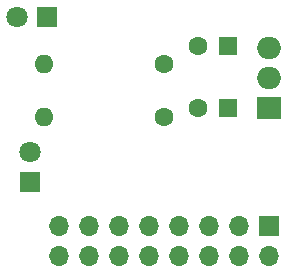
<source format=gbs>
G04 #@! TF.GenerationSoftware,KiCad,Pcbnew,(6.0.10)*
G04 #@! TF.CreationDate,2023-01-21T16:14:00+01:00*
G04 #@! TF.ProjectId,MS 5V for Powr Bus,4d532035-5620-4666-9f72-20506f777220,1.0*
G04 #@! TF.SameCoordinates,Original*
G04 #@! TF.FileFunction,Soldermask,Bot*
G04 #@! TF.FilePolarity,Negative*
%FSLAX46Y46*%
G04 Gerber Fmt 4.6, Leading zero omitted, Abs format (unit mm)*
G04 Created by KiCad (PCBNEW (6.0.10)) date 2023-01-21 16:14:00*
%MOMM*%
%LPD*%
G01*
G04 APERTURE LIST*
%ADD10C,1.600000*%
%ADD11O,1.600000X1.600000*%
%ADD12R,1.600000X1.600000*%
%ADD13R,1.800000X1.800000*%
%ADD14C,1.800000*%
%ADD15R,2.000000X1.905000*%
%ADD16O,2.000000X1.905000*%
%ADD17R,1.700000X1.700000*%
%ADD18O,1.700000X1.700000*%
G04 APERTURE END LIST*
D10*
X163830000Y-81500000D03*
D11*
X153670000Y-81500000D03*
D12*
X169250000Y-80000000D03*
D10*
X166750000Y-80000000D03*
D12*
X169250000Y-85250000D03*
D10*
X166750000Y-85250000D03*
D13*
X152500000Y-91510000D03*
D14*
X152500000Y-88970000D03*
D15*
X172750000Y-85250000D03*
D16*
X172750000Y-82710000D03*
X172750000Y-80170000D03*
D13*
X154000000Y-77500000D03*
D14*
X151460000Y-77500000D03*
D17*
X172750000Y-95250000D03*
D18*
X172750000Y-97790000D03*
X170210000Y-95250000D03*
X170210000Y-97790000D03*
X167670000Y-95250000D03*
X167670000Y-97790000D03*
X165130000Y-95250000D03*
X165130000Y-97790000D03*
X162590000Y-95250000D03*
X162590000Y-97790000D03*
X160050000Y-95250000D03*
X160050000Y-97790000D03*
X157510000Y-95250000D03*
X157510000Y-97790000D03*
X154970000Y-95250000D03*
X154970000Y-97790000D03*
D10*
X163830000Y-86000000D03*
D11*
X153670000Y-86000000D03*
M02*

</source>
